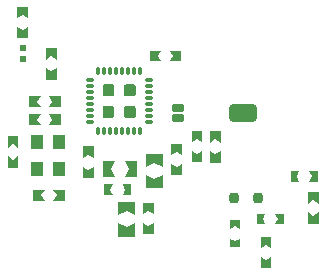
<source format=gtp>
G04*
G04 #@! TF.GenerationSoftware,Altium Limited,Altium Designer,18.1.9 (240)*
G04*
G04 Layer_Color=8421504*
%FSLAX24Y24*%
%MOIN*%
G70*
G01*
G75*
%ADD21R,0.0433X0.0512*%
%ADD22O,0.0118X0.0315*%
%ADD23O,0.0315X0.0118*%
G04:AMPARAMS|DCode=24|XSize=43.3mil|YSize=23.6mil|CornerRadius=5.9mil|HoleSize=0mil|Usage=FLASHONLY|Rotation=0.000|XOffset=0mil|YOffset=0mil|HoleType=Round|Shape=RoundedRectangle|*
%AMROUNDEDRECTD24*
21,1,0.0433,0.0118,0,0,0.0*
21,1,0.0315,0.0236,0,0,0.0*
1,1,0.0118,0.0157,-0.0059*
1,1,0.0118,-0.0157,-0.0059*
1,1,0.0118,-0.0157,0.0059*
1,1,0.0118,0.0157,0.0059*
%
%ADD24ROUNDEDRECTD24*%
G04:AMPARAMS|DCode=25|XSize=94.5mil|YSize=59.1mil|CornerRadius=14.8mil|HoleSize=0mil|Usage=FLASHONLY|Rotation=0.000|XOffset=0mil|YOffset=0mil|HoleType=Round|Shape=RoundedRectangle|*
%AMROUNDEDRECTD25*
21,1,0.0945,0.0295,0,0,0.0*
21,1,0.0650,0.0591,0,0,0.0*
1,1,0.0295,0.0325,-0.0148*
1,1,0.0295,-0.0325,-0.0148*
1,1,0.0295,-0.0325,0.0148*
1,1,0.0295,0.0325,0.0148*
%
%ADD25ROUNDEDRECTD25*%
G04:AMPARAMS|DCode=26|XSize=31.5mil|YSize=35.4mil|CornerRadius=7.9mil|HoleSize=0mil|Usage=FLASHONLY|Rotation=0.000|XOffset=0mil|YOffset=0mil|HoleType=Round|Shape=RoundedRectangle|*
%AMROUNDEDRECTD26*
21,1,0.0315,0.0197,0,0,0.0*
21,1,0.0157,0.0354,0,0,0.0*
1,1,0.0157,0.0079,-0.0098*
1,1,0.0157,-0.0079,-0.0098*
1,1,0.0157,-0.0079,0.0098*
1,1,0.0157,0.0079,0.0098*
%
%ADD26ROUNDEDRECTD26*%
%ADD27R,0.0236X0.0217*%
G36*
X6943Y19045D02*
X6766Y19163D01*
X6589Y19045D01*
Y19439D01*
X6943D01*
Y19045D01*
D02*
G37*
G36*
Y18376D02*
X6589D01*
Y18770D01*
X6766Y18652D01*
X6943Y18770D01*
Y18376D01*
D02*
G37*
G36*
X7904Y17667D02*
X7726Y17785D01*
X7549Y17667D01*
Y18061D01*
X7904D01*
Y17667D01*
D02*
G37*
G36*
X12057Y17608D02*
X11663D01*
X11782Y17785D01*
X11663Y17963D01*
X12057D01*
Y17608D01*
D02*
G37*
G36*
X11270Y17785D02*
X11388Y17608D01*
X10994D01*
Y17963D01*
X11388D01*
X11270Y17785D01*
D02*
G37*
G36*
X7904Y16998D02*
X7549D01*
Y17392D01*
X7726Y17274D01*
X7904Y17392D01*
Y16998D01*
D02*
G37*
G36*
X10502Y16833D02*
X10524Y16811D01*
X10532Y16782D01*
Y16506D01*
X10524Y16476D01*
X10502Y16455D01*
X10472Y16447D01*
X10197D01*
X10167Y16455D01*
X10146Y16476D01*
X10138Y16506D01*
Y16782D01*
X10146Y16811D01*
X10167Y16833D01*
X10197Y16841D01*
X10472D01*
X10502Y16833D01*
D02*
G37*
G36*
X9793D02*
X9815Y16811D01*
X9823Y16782D01*
Y16506D01*
X9815Y16476D01*
X9793Y16455D01*
X9764Y16447D01*
X9488D01*
X9459Y16455D01*
X9437Y16476D01*
X9429Y16506D01*
Y16782D01*
X9437Y16811D01*
X9459Y16833D01*
X9488Y16841D01*
X9764D01*
X9793Y16833D01*
D02*
G37*
G36*
X8031Y16093D02*
X7638D01*
X7756Y16270D01*
X7638Y16447D01*
X8031D01*
Y16093D01*
D02*
G37*
G36*
X7244Y16270D02*
X7362Y16093D01*
X6969D01*
Y16447D01*
X7362D01*
X7244Y16270D01*
D02*
G37*
G36*
X10502Y16124D02*
X10524Y16102D01*
X10532Y16073D01*
Y15797D01*
X10524Y15768D01*
X10502Y15746D01*
X10472Y15738D01*
X10197D01*
X10167Y15746D01*
X10146Y15768D01*
X10138Y15797D01*
Y16073D01*
X10146Y16102D01*
X10167Y16124D01*
X10197Y16132D01*
X10472D01*
X10502Y16124D01*
D02*
G37*
G36*
X9793D02*
X9815Y16102D01*
X9823Y16073D01*
Y15797D01*
X9815Y15768D01*
X9793Y15746D01*
X9764Y15738D01*
X9488D01*
X9459Y15746D01*
X9437Y15768D01*
X9429Y15797D01*
Y16073D01*
X9437Y16102D01*
X9459Y16124D01*
X9488Y16132D01*
X9764D01*
X9793Y16124D01*
D02*
G37*
G36*
X8031Y15492D02*
X7638D01*
X7756Y15669D01*
X7638Y15846D01*
X8031D01*
Y15492D01*
D02*
G37*
G36*
X7244Y15669D02*
X7362Y15492D01*
X6969D01*
Y15846D01*
X7362D01*
X7244Y15669D01*
D02*
G37*
G36*
X12756Y14911D02*
X12579Y15030D01*
X12402Y14911D01*
Y15305D01*
X12756D01*
Y14911D01*
D02*
G37*
G36*
X13366Y14902D02*
X13189Y15020D01*
X13012Y14902D01*
Y15295D01*
X13366D01*
Y14902D01*
D02*
G37*
G36*
X6624Y14724D02*
X6447Y14843D01*
X6270Y14724D01*
Y15118D01*
X6624D01*
Y14724D01*
D02*
G37*
G36*
X12756Y14242D02*
X12402D01*
Y14636D01*
X12579Y14518D01*
X12756Y14636D01*
Y14242D01*
D02*
G37*
G36*
X13366Y14232D02*
X13012D01*
Y14626D01*
X13189Y14508D01*
X13366Y14626D01*
Y14232D01*
D02*
G37*
G36*
X12077Y14478D02*
X11900Y14596D01*
X11722Y14478D01*
Y14872D01*
X12077D01*
Y14478D01*
D02*
G37*
G36*
X9134Y14380D02*
X8957Y14498D01*
X8780Y14380D01*
Y14774D01*
X9134D01*
Y14380D01*
D02*
G37*
G36*
X6624Y14055D02*
X6270D01*
Y14449D01*
X6447Y14331D01*
X6624Y14449D01*
Y14055D01*
D02*
G37*
G36*
X12077Y13809D02*
X11722D01*
Y14203D01*
X11900Y14085D01*
X12077Y14203D01*
Y13809D01*
D02*
G37*
G36*
X11437Y14085D02*
X11152Y14213D01*
X10866Y14085D01*
Y14537D01*
X11437D01*
Y14085D01*
D02*
G37*
G36*
X9134Y13711D02*
X8780D01*
Y14104D01*
X8957Y13986D01*
X9134Y14104D01*
Y13711D01*
D02*
G37*
G36*
X10591Y13750D02*
X10177D01*
X10305Y14026D01*
X10177Y14301D01*
X10591D01*
Y13750D01*
D02*
G37*
G36*
X9715Y14026D02*
X9843Y13750D01*
X9429D01*
Y14301D01*
X9843D01*
X9715Y14026D01*
D02*
G37*
G36*
X11437Y13376D02*
X10866D01*
Y13829D01*
X11152Y13701D01*
X11437Y13829D01*
Y13376D01*
D02*
G37*
G36*
X16594Y13602D02*
X16319D01*
X16398Y13780D01*
X16319Y13957D01*
X16594D01*
Y13602D01*
D02*
G37*
G36*
X15906Y13780D02*
X15984Y13602D01*
X15709D01*
Y13957D01*
X15984D01*
X15906Y13780D01*
D02*
G37*
G36*
X10374Y13159D02*
X10098D01*
X10177Y13337D01*
X10098Y13514D01*
X10374D01*
Y13159D01*
D02*
G37*
G36*
X9685Y13337D02*
X9764Y13159D01*
X9488D01*
Y13514D01*
X9764D01*
X9685Y13337D01*
D02*
G37*
G36*
X8179Y12972D02*
X7785D01*
X7904Y13150D01*
X7785Y13327D01*
X8179D01*
Y12972D01*
D02*
G37*
G36*
X7392Y13150D02*
X7510Y12972D01*
X7116D01*
Y13327D01*
X7510D01*
X7392Y13150D01*
D02*
G37*
G36*
X16634Y12864D02*
X16457Y12982D01*
X16280Y12864D01*
Y13258D01*
X16634D01*
Y12864D01*
D02*
G37*
G36*
X11132Y12510D02*
X10955Y12628D01*
X10778Y12510D01*
Y12904D01*
X11132D01*
Y12510D01*
D02*
G37*
G36*
X10522Y12480D02*
X10236Y12608D01*
X9951Y12480D01*
Y12933D01*
X10522D01*
Y12480D01*
D02*
G37*
G36*
X16634Y12195D02*
X16280D01*
Y12589D01*
X16457Y12470D01*
X16634Y12589D01*
Y12195D01*
D02*
G37*
G36*
X15462Y12175D02*
X15187D01*
X15266Y12352D01*
X15187Y12530D01*
X15462D01*
Y12175D01*
D02*
G37*
G36*
X14774Y12352D02*
X14852Y12175D01*
X14577D01*
Y12530D01*
X14852D01*
X14774Y12352D01*
D02*
G37*
G36*
X11132Y11841D02*
X10778D01*
Y12234D01*
X10955Y12116D01*
X11132Y12234D01*
Y11841D01*
D02*
G37*
G36*
X10522Y11772D02*
X9951D01*
Y12224D01*
X10236Y12096D01*
X10522Y12224D01*
Y11772D01*
D02*
G37*
G36*
X14026Y12037D02*
X13848Y12116D01*
X13671Y12037D01*
Y12313D01*
X14026D01*
Y12037D01*
D02*
G37*
G36*
Y11427D02*
X13671D01*
Y11703D01*
X13848Y11624D01*
X14026Y11703D01*
Y11427D01*
D02*
G37*
G36*
X15049Y11378D02*
X14872Y11496D01*
X14695Y11378D01*
Y11772D01*
X15049D01*
Y11378D01*
D02*
G37*
G36*
Y10709D02*
X14695D01*
Y11102D01*
X14872Y10984D01*
X15049Y11102D01*
Y10709D01*
D02*
G37*
D21*
X7982Y14921D02*
D03*
Y14016D02*
D03*
X7234Y14921D02*
D03*
Y14016D02*
D03*
D22*
X10669Y15305D02*
D03*
X10472D02*
D03*
X10276D02*
D03*
X10079D02*
D03*
X9882D02*
D03*
X9685D02*
D03*
X9488D02*
D03*
X9291D02*
D03*
Y17274D02*
D03*
X9488D02*
D03*
X9685D02*
D03*
X9882D02*
D03*
X10079D02*
D03*
X10276D02*
D03*
X10472D02*
D03*
X10669D02*
D03*
D23*
X8996Y15600D02*
D03*
Y15797D02*
D03*
Y15994D02*
D03*
Y16191D02*
D03*
Y16388D02*
D03*
Y16585D02*
D03*
Y16782D02*
D03*
Y16978D02*
D03*
X10965D02*
D03*
Y16782D02*
D03*
Y16585D02*
D03*
Y16388D02*
D03*
Y16191D02*
D03*
Y15994D02*
D03*
Y15797D02*
D03*
Y15600D02*
D03*
D24*
X11939Y15718D02*
D03*
Y16073D02*
D03*
D25*
X14124Y15896D02*
D03*
D26*
X14603Y13071D02*
D03*
X13803D02*
D03*
D27*
X6762Y18041D02*
D03*
Y17707D02*
D03*
M02*

</source>
